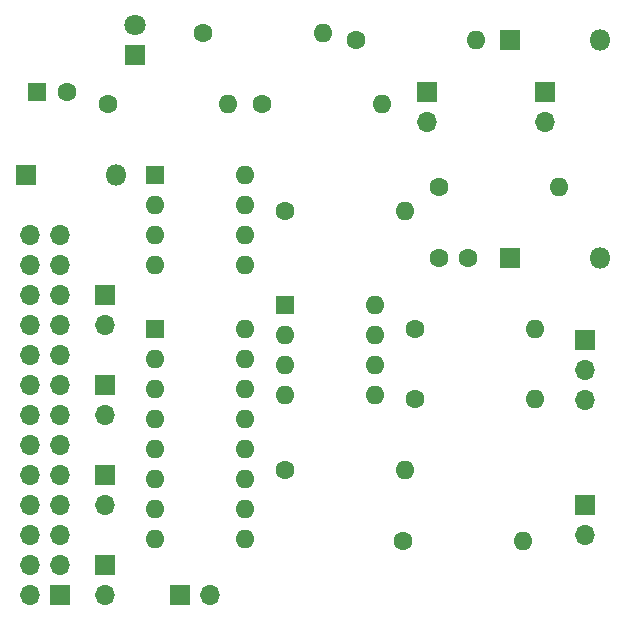
<source format=gbr>
%TF.GenerationSoftware,KiCad,Pcbnew,5.1.10*%
%TF.CreationDate,2021-06-24T22:29:26-07:00*%
%TF.ProjectId,weatherstation,77656174-6865-4727-9374-6174696f6e2e,rev?*%
%TF.SameCoordinates,Original*%
%TF.FileFunction,Soldermask,Top*%
%TF.FilePolarity,Negative*%
%FSLAX46Y46*%
G04 Gerber Fmt 4.6, Leading zero omitted, Abs format (unit mm)*
G04 Created by KiCad (PCBNEW 5.1.10) date 2021-06-24 22:29:26*
%MOMM*%
%LPD*%
G01*
G04 APERTURE LIST*
%ADD10R,1.700000X1.700000*%
%ADD11O,1.700000X1.700000*%
%ADD12R,1.600000X1.600000*%
%ADD13C,1.600000*%
%ADD14R,1.800000X1.800000*%
%ADD15O,1.800000X1.800000*%
%ADD16C,1.800000*%
%ADD17O,1.600000X1.600000*%
G04 APERTURE END LIST*
D10*
%TO.C,J1*%
X121920000Y-115570000D03*
D11*
X119380000Y-115570000D03*
X121920000Y-113030000D03*
X119380000Y-113030000D03*
X121920000Y-110490000D03*
X119380000Y-110490000D03*
X121920000Y-107950000D03*
X119380000Y-107950000D03*
X121920000Y-105410000D03*
X119380000Y-105410000D03*
X121920000Y-102870000D03*
X119380000Y-102870000D03*
X121920000Y-100330000D03*
X119380000Y-100330000D03*
X121920000Y-97790000D03*
X119380000Y-97790000D03*
X121920000Y-95250000D03*
X119380000Y-95250000D03*
X121920000Y-92710000D03*
X119380000Y-92710000D03*
X121920000Y-90170000D03*
X119380000Y-90170000D03*
X121920000Y-87630000D03*
X119380000Y-87630000D03*
X121920000Y-85090000D03*
X119380000Y-85090000D03*
%TD*%
D12*
%TO.C,C1*%
X120000000Y-73000000D03*
D13*
X122500000Y-73000000D03*
%TD*%
%TO.C,C2*%
X154000000Y-87000000D03*
X156500000Y-87000000D03*
%TD*%
D14*
%TO.C,D1*%
X160000000Y-87000000D03*
D15*
X167620000Y-87000000D03*
%TD*%
D14*
%TO.C,D2*%
X160020000Y-68580000D03*
D15*
X167640000Y-68580000D03*
%TD*%
%TO.C,D3*%
X126620000Y-80000000D03*
D14*
X119000000Y-80000000D03*
%TD*%
%TO.C,D4*%
X128270000Y-69850000D03*
D16*
X128270000Y-67310000D03*
%TD*%
D11*
%TO.C,J2*%
X166370000Y-110490000D03*
D10*
X166370000Y-107950000D03*
%TD*%
%TO.C,J3*%
X153000000Y-73000000D03*
D11*
X153000000Y-75540000D03*
%TD*%
%TO.C,J4*%
X125730000Y-92710000D03*
D10*
X125730000Y-90170000D03*
%TD*%
%TO.C,J5*%
X125730000Y-97790000D03*
D11*
X125730000Y-100330000D03*
%TD*%
D10*
%TO.C,J6*%
X125730000Y-105410000D03*
D11*
X125730000Y-107950000D03*
%TD*%
%TO.C,J7*%
X125730000Y-115570000D03*
D10*
X125730000Y-113030000D03*
%TD*%
%TO.C,J8*%
X163000000Y-73000000D03*
D11*
X163000000Y-75540000D03*
%TD*%
%TO.C,J9*%
X134620000Y-115570000D03*
D10*
X132080000Y-115570000D03*
%TD*%
%TO.C,J10*%
X166370000Y-93980000D03*
D11*
X166370000Y-96520000D03*
X166370000Y-99060000D03*
%TD*%
D13*
%TO.C,R1*%
X154000000Y-81000000D03*
D17*
X164160000Y-81000000D03*
%TD*%
%TO.C,R2*%
X162160000Y-93000000D03*
D13*
X152000000Y-93000000D03*
%TD*%
D17*
%TO.C,R3*%
X162160000Y-99000000D03*
D13*
X152000000Y-99000000D03*
%TD*%
%TO.C,R4*%
X139000000Y-74000000D03*
D17*
X149160000Y-74000000D03*
%TD*%
D13*
%TO.C,R5*%
X141000000Y-83000000D03*
D17*
X151160000Y-83000000D03*
%TD*%
%TO.C,R6*%
X136160000Y-74000000D03*
D13*
X126000000Y-74000000D03*
%TD*%
%TO.C,R7*%
X151000000Y-111000000D03*
D17*
X161160000Y-111000000D03*
%TD*%
%TO.C,R8*%
X151160000Y-105000000D03*
D13*
X141000000Y-105000000D03*
%TD*%
%TO.C,R9*%
X134000000Y-68000000D03*
D17*
X144160000Y-68000000D03*
%TD*%
%TO.C,R10*%
X157160000Y-68580000D03*
D13*
X147000000Y-68580000D03*
%TD*%
D12*
%TO.C,U1*%
X130000000Y-80000000D03*
D17*
X137620000Y-87620000D03*
X130000000Y-82540000D03*
X137620000Y-85080000D03*
X130000000Y-85080000D03*
X137620000Y-82540000D03*
X130000000Y-87620000D03*
X137620000Y-80000000D03*
%TD*%
%TO.C,U2*%
X148620000Y-91000000D03*
X141000000Y-98620000D03*
X148620000Y-93540000D03*
X141000000Y-96080000D03*
X148620000Y-96080000D03*
X141000000Y-93540000D03*
X148620000Y-98620000D03*
D12*
X141000000Y-91000000D03*
%TD*%
%TO.C,U3*%
X130000000Y-93000000D03*
D17*
X137620000Y-110780000D03*
X130000000Y-95540000D03*
X137620000Y-108240000D03*
X130000000Y-98080000D03*
X137620000Y-105700000D03*
X130000000Y-100620000D03*
X137620000Y-103160000D03*
X130000000Y-103160000D03*
X137620000Y-100620000D03*
X130000000Y-105700000D03*
X137620000Y-98080000D03*
X130000000Y-108240000D03*
X137620000Y-95540000D03*
X130000000Y-110780000D03*
X137620000Y-93000000D03*
%TD*%
M02*

</source>
